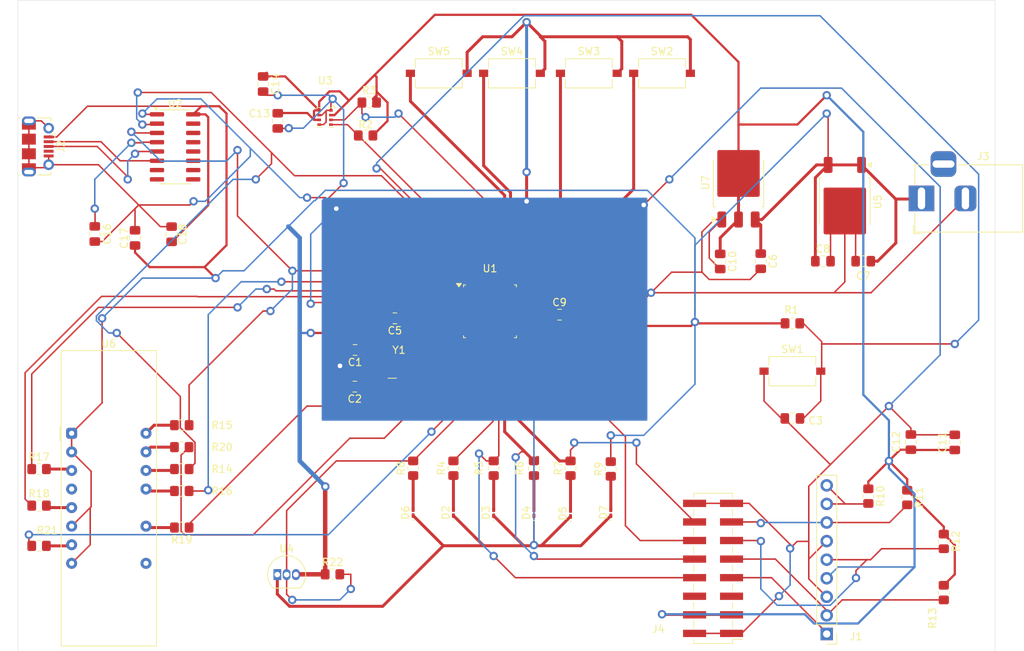
<source format=kicad_pcb>
(kicad_pcb (version 20241229) (generator "pcbnew") (generator_version "9.0")
  (layers (0 "F.Cu" signal) (2 "B.Cu" signal) (13 "F.Paste" user) (15 "B.Paste" user) (5 "F.SilkS" user "F.Silkscreen") (7 "B.SilkS" user "B.Silkscreen") (1 "F.Mask" user) (3 "B.Mask" user) (25 "Edge.Cuts" user))
  (net 0 "")
  (net 1 "Net-(U1-XTAL1{slash}PB6)")
  (net 2 "GND")
  (net 3 "Net-(U1-XTAL2{slash}PB7)")
  (net 4 "RESET")
  (net 5 "+5V")
  (net 6 "AREF")
  (net 7 "+3.3V")
  (net 8 "Net-(U2-V3)")
  (net 9 "Net-(D2-A)")
  (net 10 "Net-(D3-A)")
  (net 11 "Net-(D4-A)")
  (net 12 "Net-(D5-A)")
  (net 13 "Net-(D6-A)")
  (net 14 "Net-(D7-A)")
  (net 15 "Net-(J1-Pin_8)")
  (net 16 "SDCS")
  (net 17 "MISO")
  (net 18 "MOSI")
  (net 19 "SCK")
  (net 20 "D+")
  (net 22 "D-")
  (net 23 "PB4")
  (net 25 "PB3")
  (net 26 "PB2")
  (net 27 "PB5")
  (net 28 "PC5")
  (net 29 "PC4")
  (net 30 "PB1")
  (net 31 "PB0")
  (net 32 "RX{slash}PD0")
  (net 33 "Net-(U6-A)")
  (net 34 "TX{slash}PD1")
  (net 35 "Net-(U6-B)")
  (net 36 "PD2")
  (net 37 "Net-(U6-C)")
  (net 38 "PD3")
  (net 39 "Net-(U6-D)")
  (net 40 "PD4")
  (net 41 "Net-(U6-E)")
  (net 42 "PD5")
  (net 43 "Net-(U6-F)")
  (net 44 "Net-(U6-G)")
  (net 45 "PD6")
  (net 46 "PD7")
  (net 47 "Net-(U6-DP)")
  (net 48 "PC0")
  (net 49 "PC1")
  (net 50 "PC2")
  (net 51 "PC3")
  (footprint "Capacitor_SMD:C_0805_2012Metric_Pad1.18x1.45mm_HandSolder" (layer "F.Cu") (at 246.5 91.9625 90)
    (property "Reference" "C11")
    (property "Value" "0.1uF")
  )
  (footprint "Resistor_SMD:R_0805_2012Metric_Pad1.20x1.40mm_HandSolder" (layer "F.Cu") (at 194 95.5 90)
    (property "Reference" "R7")
    (property "Value" "1kOhm")
  )
  (footprint "Capacitor_SMD:C_0805_2012Metric_Pad1.18x1.45mm_HandSolder" (layer "F.Cu") (at 129 63.4625 -90)
    (property "Reference" "C16")
    (property "Value" "4700pF")
  )
  (footprint "Connector_PinHeader_2.54mm:PinHeader_1x09_P2.54mm_Vertical" (layer "F.Cu") (at 229 118.16 180)
    (property "Reference" "J1")
    (property "Value" "Conn_01x09")
  )
  (footprint "Resistor_SMD:R_0805_2012Metric_Pad1.20x1.40mm_HandSolder" (layer "F.Cu") (at 199.5 95.5925 90)
    (property "Reference" "R9")
    (property "Value" "1kOhm")
  )
  (footprint "Resistor_SMD:R_0805_2012Metric_Pad1.20x1.40mm_HandSolder" (layer "F.Cu") (at 178 95.5 90)
    (property "Reference" "R4")
    (property "Value" "1kOhm")
  )
  (footprint "Capacitor_SMD:C_0805_2012Metric_Pad1.18x1.45mm_HandSolder" (layer "F.Cu") (at 224.3125 88.6875 180)
    (property "Reference" "C3")
    (property "Value" "100n")
  )
  (footprint "Resistor_SMD:R_0805_2012Metric_Pad1.20x1.40mm_HandSolder" (layer "F.Cu") (at 240 99.5 -90)
    (property "Reference" "R11")
    (property "Value" "10k")
  )
  (footprint "Capacitor_SMD:C_0805_2012Metric_Pad1.18x1.45mm_HandSolder" (layer "F.Cu") (at 164.525 84.3375 180)
    (property "Reference" "C2")
    (property "Value" "22pf")
  )
  (footprint "Package_LGA:Bosch_LGA-8_2x2.5mm_P0.65mm_ClockwisePinNumbering" (layer "F.Cu") (at 160.4625 47.54 -90)
    (property "Reference" "U3")
    (property "Value" "BMP280")
  )
  (footprint "Button_Switch_SMD:SW_Tactile_SPST_NO_Straight_CK_PTS636Sx25SMTRLFS" (layer "F.Cu") (at 206.5 41.5)
    (property "Reference" "SW2")
    (property "Value" "SW_Push")
  )
  (footprint "LED_SMD:LED_0201_0603Metric_Pad0.64x0.40mm_HandSolder" (layer "F.Cu") (at 189 101.5925 90)
    (property "Reference" "D4")
    (property "Value" "LED")
  )
  (footprint "Capacitor_SMD:C_0805_2012Metric_Pad1.18x1.45mm_HandSolder" (layer "F.Cu") (at 164.5625 79.3275 180)
    (property "Reference" "C1")
    (property "Value" "22pf")
  )
  (footprint "Resistor_SMD:R_0805_2012Metric_Pad1.20x1.40mm_HandSolder" (layer "F.Cu") (at 121.3875 100.61)
    (property "Reference" "R18")
    (property "Value" "1k")
  )
  (footprint "Display_7Segment:LTC-4627Jx" (layer "F.Cu") (at 125.84 90.72)
    (property "Reference" "U6")
    (property "Value" "LTC-4627JD")
  )
  (footprint "Resistor_SMD:R_0805_2012Metric_Pad1.20x1.40mm_HandSolder" (layer "F.Cu") (at 121.3875 106.11)
    (property "Reference" "R21")
    (property "Value" "1k")
  )
  (footprint "Package_TO_SOT_SMD:TO-252-3_TabPin2" (layer "F.Cu") (at 216.95 56.45 90)
    (property "Reference" "U7")
    (property "Value" "LM1117DT-3.3")
  )
  (footprint "Resistor_SMD:R_0805_2012Metric_Pad1.20x1.40mm_HandSolder" (layer "F.Cu") (at 166.5 45.5)
    (property "Reference" "R3")
    (property "Value" "4.7k")
  )
  (footprint "Package_TO_SOT_SMD:TO-252-2" (layer "F.Cu") (at 231.475 59.065 -90)
    (property "Reference" "U5")
    (property "Value" "L7805")
  )
  (footprint "Package_QFP:TQFP-32_7x7mm_P0.8mm" (layer "F.Cu") (at 183 74.04)
    (property "Reference" "U1")
    (property "Value" "ATmega328P-P")
  )
  (footprint "Capacitor_SMD:C_0805_2012Metric_Pad1.18x1.45mm_HandSolder" (layer "F.Cu") (at 233.9875 67.19 180)
    (property "Reference" "C7")
    (property "Value" "0.33uF")
  )
  (footprint "Capacitor_SMD:C_0805_2012Metric_Pad1.18x1.45mm_HandSolder" (layer "F.Cu") (at 228.4875 67.19)
    (property "Reference" "C8")
    (property "Value" "0.1uF")
  )
  (footprint "Capacitor_SMD:C_0805_2012Metric_Pad1.18x1.45mm_HandSolder" (layer "F.Cu") (at 192.5 74.5)
    (property "Reference" "C9")
    (property "Value" "100nF")
  )
  (footprint "Capacitor_SMD:C_0805_2012Metric_Pad1.18x1.45mm_HandSolder" (layer "F.Cu") (at 240.5 91.925 90)
    (property "Reference" "C12")
    (property "Value" "10uF")
  )
  (footprint "Button_Switch_SMD:SW_Tactile_SPST_NO_Straight_CK_PTS636Sx25SMTRLFS" (layer "F.Cu") (at 224.3125 82.2275)
    (property "Reference" "SW1")
    (property "Value" "SW_Push")
  )
  (footprint "Capacitor_SMD:C_0805_2012Metric_Pad1.18x1.45mm_HandSolder" (layer "F.Cu") (at 219.9875 67.19 -90)
    (property "Reference" "C6")
    (property "Value" "10uF")
  )
  (footprint "Capacitor_SMD:C_0805_2012Metric_Pad1.18x1.45mm_HandSolder" (layer "F.Cu") (at 134.5 64 90)
    (property "Reference" "C17")
    (property "Value" "10u")
  )
  (footprint "Resistor_SMD:R_0805_2012Metric_Pad1.20x1.40mm_HandSolder" (layer "F.Cu") (at 183.5 95.5 90)
    (property "Reference" "R5")
    (property "Value" "1kOhm")
  )
  (footprint "Resistor_SMD:R_0805_2012Metric_Pad1.20x1.40mm_HandSolder" (layer "F.Cu") (at 121.3875 95.61)
    (property "Reference" "R17")
    (property "Value" "1k")
  )
  (footprint "Resistor_SMD:R_0805_2012Metric_Pad1.20x1.40mm_HandSolder" (layer "F.Cu") (at 140.8875 95.61 180)
    (property "Reference" "R14")
    (property "Value" "1k")
  )
  (footprint "Resistor_SMD:R_0805_2012Metric_Pad1.20x1.40mm_HandSolder" (layer "F.Cu") (at 234.69 99.31 -90)
    (property "Reference" "R10")
    (property "Value" "10k")
  )
  (footprint "Resistor_SMD:R_0805_2012Metric_Pad1.20x1.40mm_HandSolder" (layer "F.Cu") (at 224.3125 75.6875)
    (property "Reference" "R1")
    (property "Value" "10k")
  )
  (footprint "Connector_BarrelJack:BarrelJack_Horizontal" (layer "F.Cu") (at 241.95 58.6075 180)
    (property "Reference" "J3")
    (property "Value" "Barrel_Jack")
  )
  (footprint "Package_TO_SOT_THT:TO-92_Inline" (layer "F.Cu") (at 153.94 110.04)
    (property "Reference" "U4")
    (property "Value" "DS18B20")
  )
  (footprint "Button_Switch_SMD:SW_Tactile_SPST_NO_Straight_CK_PTS636Sx25SMTRLFS" (layer "F.Cu") (at 176 41.5)
    (property "Reference" "SW5")
    (property "Value" "SW_Push")
  )
  (footprint "Resistor_SMD:R_0805_2012Metric_Pad1.20x1.40mm_HandSolder" (layer "F.Cu") (at 172.5 95.5 90)
    (property "Reference" "R8")
    (property "Value" "1kOhm")
  )
  (footprint "Connector_USB:USB_Micro-B_Molex-105017-0001" (layer "F.Cu") (at 121.2375 51.5 -90)
    (property "Reference" "J2")
    (property "Value" "USB_B_Micro")
  )
  (footprint "Resistor_SMD:R_0805_2012Metric_Pad1.20x1.40mm_HandSolder" (layer "F.Cu") (at 245 105.5 -90)
    (property "Reference" "R12")
    (property "Value" "10k")
  )
  (footprint "Button_Switch_SMD:SW_Tactile_SPST_NO_Straight_CK_PTS636Sx25SMTRLFS" (layer "F.Cu") (at 186 41.5)
    (property "Reference" "SW4")
    (property "Value" "SW_Push")
  )
  (footprint "LED_SMD:LED_0201_0603Metric_Pad0.64x0.40mm_HandSolder" (layer "F.Cu") (at 172.5 101.5675 90)
    (property "Reference" "D6")
    (property "Value" "LED")
  )
  (footprint "Resistor_SMD:R_0805_2012Metric_Pad1.20x1.40mm_HandSolder" (layer "F.Cu") (at 189 95.5 90)
    (property "Reference" "R6")
    (property "Value" "1kOhm")
  )
  (footprint "Capacitor_SMD:C_0805_2012Metric_Pad1.18x1.45mm_HandSolder" (layer "F.Cu") (at 170 75 180)
    (property "Reference" "C5")
    (property "Value" "100nF")
  )
  (footprint "Capacitor_SMD:C_0805_2012Metric_Pad1.18x1.45mm_HandSolder" (layer "F.Cu") (at 152 42.9625 -90)
    (property "Reference" "C14")
    (property "Value" "100nF")
  )
  (footprint "Oscillator:Oscillator_SMD_Abracon_ASDMB-4Pin_2.5x2.0mm" (layer "F.Cu") (at 169.0625 81.8375 90)
    (property "Reference" "Y1")
    (property "Value" "16MHz")
  )
  (footprint "Resistor_SMD:R_0805_2012Metric_Pad1.20x1.40mm_HandSolder" (layer "F.Cu") (at 140.8875 103.61 180)
    (property "Reference" "R19")
    (property "Value" "1k")
  )
  (footprint "Resistor_SMD:R_0805_2012Metric_Pad1.20x1.40mm_HandSolder" (layer "F.Cu") (at 140.8875 89.61 180)
    (property "Reference" "R15")
    (property "Value" "1k")
  )
  (footprint "LED_SMD:LED_0201_0603Metric_Pad0.64x0.40mm_HandSolder" (layer "F.Cu") (at 199.5 101.5925 90)
    (property "Reference" "D7")
    (property "Value" "LED")
  )
  (footprint "Resistor_SMD:R_0805_2012Metric_Pad1.20x1.40mm_HandSolder" (layer "F.Cu") (at 161.48 110)
    (property "Reference" "R22")
    (property "Value" "4.7k")
  )
  (footprint "Resistor_SMD:R_0805_2012Metric_Pad1.20x1.40mm_HandSolder" (layer "F.Cu") (at 245 112.5 -90)
    (property "Reference" "R13")
    (property "Value" "10k")
  )
  (footprint "Resistor_SMD:R_0805_2012Metric_Pad1.20x1.40mm_HandSolder" (layer "F.Cu") (at 140.8875 98.61 180)
    (property "Reference" "R16")
    (property "Value" "1k")
  )
  (footprint "Package_SO:SOIC-16_3.9x9.9mm_P1.27mm" (layer "F.Cu") (at 139.975 51.555)
    (property "Reference" "U2")
    (property "Value" "CH340C")
  )
  (footprint "LED_SMD:LED_0201_0603Metric_Pad0.64x0.40mm_HandSolder" (layer "F.Cu") (at 194 101.685 90)
    (property "Reference" "D5")
    (property "Value" "LED")
  )
  (footprint "Resistor_SMD:R_0805_2012Metric_Pad1.20x1.40mm_HandSolder" (layer "F.Cu") (at 140.8875 92.61 180)
    (property "Reference" "R20")
    (property "Value" "1k")
  )
  (footprint "Capacitor_SMD:C_0805_2012Metric_Pad1.18x1.45mm_HandSolder" (layer "F.Cu") (at 214.45 67.2275 -90)
    (property "Reference" "C10")
    (property "Value" "0.1uF")
  )
  (footprint "LED_SMD:LED_0201_0603Metric_Pad0.64x0.40mm_HandSolder" (layer "F.Cu") (at 178 101.5675 90)
    (property "Reference" "D2")
    (property "Value" "LED")
  )
  (footprint "Capacitor_SMD:C_0805_2012Metric_Pad1.18x1.45mm_HandSolder" (layer "F.Cu") (at 154 48 90)
    (property "Reference" "C13")
    (property "Value" "100nF")
  )
  (footprint "Capacitor_SMD:C_0805_2012Metric_Pad1.18x1.45mm_HandSolder" (layer "F.Cu") (at 139.5 63.5 -90)
    (property "Reference" "C18")
    (property "Value" "0.1uF")
  )
  (footprint "Resistor_SMD:R_0805_2012Metric_Pad1.20x1.40mm_HandSolder" (layer "F.Cu") (at 166 50 180)
    (property "Reference" "R2")
    (property "Value" "4.7k")
  )
  (footprint "Button_Switch_SMD:SW_Tactile_SPST_NO_Straight_CK_PTS636Sx25SMTRLFS" (layer "F.Cu") (at 196.5 41.5)
    (property "Reference" "SW3")
    (property "Value" "SW_Push")
  )
  (footprint "Connector_PinHeader_2.54mm:PinHeader_2x08_P2.54mm_Vertical_SMD" (layer "F.Cu") (at 213.475 109.19 180)
    (property "Reference" "J4")
    (property "Value" "Conn_02x08_Odd_Even")
  )
  (footprint "LED_SMD:LED_0201_0603Metric_Pad0.64x0.40mm_HandSolder" (layer "F.Cu") (at 183.5 101.5925 90)
    (property "Reference" "D3")
    (property "Value" "LED")
  )
  (gr_rect (start 118.5 31.5) (end 252 120.5) (stroke (width 0.05)) (fill no) (layer "Edge.Cuts"))
  (segment (start 176.54 76.04) (end 178.8375 76.04) (width 0.2) (layer "F.Cu") (net 1))
  (segment (start 169.8375 81.0125) (end 171.5675 81.0125) (width 0.2) (layer "F.Cu") (net 1))
  (segment (start 169.8375 81.0125) (end 168.1525 79.3275) (width 0.2) (layer "F.Cu") (net 1))
  (segment (start 171.5675 81.0125) (end 176.54 76.04) (width 0.2) (layer "F.Cu") (net 1))
  (segment (start 168.1525 79.3275) (end 165.6 79.3275) (width 0.2) (layer "F.Cu") (net 1))
  (segment (start 158 58.5) (end 160.5 58.5) (width 0.2032) (layer "F.Cu") (net 2))
  (segment (start 230 71.5) (end 205 71.5) (width 0.2) (layer "F.Cu") (net 2))
  (segment (start 189.0925 106.0925) (end 189 106) (width 0.4064) (layer "F.Cu") (net 2))
  (segment (start 176.6175 106.0925) (end 182.1175 106.0925) (width 0.4064) (layer "F.Cu") (net 2))
  (segment (start 211.95 68.69) (end 211.95 63.19) (width 0.2) (layer "F.Cu") (net 2))
  (segment (start 200.375 36.5) (end 189.875 36.5) (width 0.4064) (layer "F.Cu") (net 2))
  (segment (start 226.55 107.91) (end 229 105.46) (width 0.2032) (layer "F.Cu") (net 2))
  (segment (start 190.5 37.125) (end 190.5 40.875) (width 0.4064) (layer "F.Cu") (net 2))
  (segment (start 160.0227 47.215) (end 160.6727 46.565) (width 0.2032) (layer "F.Cu") (net 2))
  (segment (start 163.4875 81.5) (end 162.5 81.5) (width 0.2032) (layer "F.Cu") (net 2))
  (segment (start 212.95 66.765) (end 212.95 63.21) (width 0.2) (layer "F.Cu") (net 2))
  (segment (start 216 100.3) (end 218.397006 100.3) (width 0.2032) (layer "F.Cu") (net 2))
  (segment (start 159.6625 48.515) (end 160.2523 48.515) (width 0.2032) (layer "F.Cu") (net 2))
  (segment (start 182.1175 106.0925) (end 187.5925 106.0925) (width 0.4064) (layer "F.Cu") (net 2))
  (segment (start 153.94 112.70069) (end 153.94 110.04) (width 0.4064) (layer "F.Cu") (net 2))
  (segment (start 235.0575 71.5) (end 230 71.5) (width 0.2032) (layer "F.Cu") (net 2))
  (segment (start 217.38 118.08) (end 216 118.08) (width 0.2032) (layer "F.Cu") (net 2))
  (segment (start 134.5 62.4625) (end 134.5 60) (width 0.2032) (layer "F.Cu") (net 2))
  (segment (start 121.7 48) (end 122.7 49) (width 0.2032) (layer "F.Cu") (net 2))
  (segment (start 122.7 54) (end 122.7 52.8) (width 0.2032) (layer "F.Cu") (net 2))
  (segment (start 226.55 110.63) (end 226.55 109.5) (width 0.2032) (layer "F.Cu") (net 2))
  (segment (start 179.875 38.625) (end 179.875 41.5) (width 0.4064) (layer "F.Cu") (net 2))
  (segment (start 168.9625 73.3775) (end 168.9625 75) (width 0.2032) (layer "F.Cu") (net 2))
  (segment (start 168.3327 114.3773) (end 155.61661 114.3773) (width 0.4064) (layer "F.Cu") (net 2))
  (segment (start 212.95 69.69) (end 212.38 69.12) (width 0.2) (layer "F.Cu") (net 2))
  (segment (start 214.45 68.265) (end 212.95 66.765) (width 0.2) (layer "F.Cu") (net 2))
  (segment (start 142 59.5) (end 142.5 59) (width 0.2032) (layer "F.Cu") (net 2))
  (segment (start 163.4875 81.5) (end 163.4875 79.365) (width 0.2032) (layer "F.Cu") (net 2))
  (segment (start 202 74.5) (end 205 71.5) (width 0.2032) (layer "F.Cu") (net 2))
  (segment (start 207.81 68.69) (end 211.95 68.69) (width 0.2) (layer "F.Cu") (net 2))
  (segment (start 222.48 112.98) (end 217.38 118.08) (width 0.2032) (layer "F.Cu") (net 2))
  (segment (start 120 48.6) (end 120 50.5) (width 0.2032) (layer "F.Cu") (net 2))
  (segment (start 137.9625 62.4625) (end 139.5 62.4625) (width 0.2032) (layer "F.Cu") (net 2))
  (segment (start 226.55 97.95) (end 226.55 105.5) (width 0.2032) (layer "F.Cu") (net 2))
  (segment (start 213.65 61.49) (end 214.67 61.49) (width 0.2) (layer "F.Cu") (net 2))
  (segment (start 201 37.125) (end 200.375 36.5) (width 0.4064) (layer "F.Cu") (net 2))
  (segment (start 160.2523 48.515) (end 160.6051 48.1622) (width 0.2032) (layer "F.Cu") (net 2))
  (segment (start 172.22663 74.44) (end 171.65423 73.8676) (width 0.2032) (layer "F.Cu") (net 2))
  (segment (start 226.55 109.5) (end 226.55 107.91) (width 0.2032) (layer "F.Cu") (net 2))
  (segment (start 169.5 72.84) (end 168.9625 73.3775) (width 0.2032) (layer "F.Cu") (net 2))
  (segment (start 189 102) (end 189 106) (width 0.2032) (layer "F.Cu") (net 2))
  (segment (start 129.5 54) (end 135 59.5) (width 0.2032) (layer "F.Cu") (net 2))
  (segment (start 229 113.08) (end 227.46 111.54) (width 0.2032) (layer "F.Cu") (net 2))
  (segment (start 247.95 58.6075) (end 235.0575 71.5) (width 0.2032) (layer "F.Cu") (net 2))
  (segment (start 161.2625 45.2375) (end 161.5 45) (width 0.2032) (layer "F.Cu") (net 2))
  (segment (start 194 102.0925) (end 190 106.0925) (width 0.4064) (layer "F.Cu") (net 2))
  (segment (start 163.4875 84.3375) (end 163.4875 81.5) (width 0.2032) (layer "F.Cu") (net 2))
  (segment (start 231.475 60.325) (end 231.475 70.025) (width 0.2) (layer "F.Cu") (net 2))
  (segment (start 188 55) (end 188 59) (width 0.4064) (layer "F.Cu") (net 2))
  (segment (start 187.1625 73.64) (end 187.3333 73.4692) (width 0.2032) (layer "F.Cu") (net 2))
  (segment (start 120 48) (end 121.7 48) (width 0.2032) (layer "F.Cu") (net 2))
  (segment (start 220.4375 86.3125) (end 220.4375 82.2275) (width 0.2) (layer "F.Cu") (net 2))
  (segment (start 240.5375 90.925) (end 240.5 90.8875) (width 0.2032) (layer "F.Cu") (net 2))
  (segment (start 232.95 67.19) (end 232.95 61.8) (width 0.2) (layer "F.Cu") (net 2))
  (segment (start 134.5 60) (end 135 59.5) (width 0.2032) (layer "F.Cu") (net 2))
  (segment (start 190.5 40.875) (end 189.875 41.5) (width 0.4064) (layer "F.Cu") (net 2))
  (segment (start 135.5 47) (end 135.61 47.11) (width 0.2032) (layer "F.Cu") (net 2))
  (segment (start 232.95 61.8) (end 231.475 60.325) (width 0.2) (layer "F.Cu") (net 2))
  (segment (start 160.6051 48.1622) (end 160.6051 46.6326) (width 0.2032) (layer "F.Cu") (net 2))
  (segment (start 246.9625 90.925) (end 246.5 90.925) (width 0.2032) (layer "F.Cu") (net 2))
  (segment (start 163.4875 79.365) (end 163.525 79.3275) (width 0.2032) (layer "F.Cu") (net 2))
  (segment (start 216 118.08) (end 210.95 118.08) (width 0.2032) (layer "F.Cu") (net 2))
  (segment (start 218.397006 100.3) (end 224 105.902994) (width 0.2032) (layer "F.Cu") (net 2))
  (segment (start 212.95 63.21) (end 214.67 61.49) (width 0.2) (layer "F.Cu") (net 2))
  (segment (start 120 50.5) (end 120 52.5) (width 0.2032) (layer "F.Cu") (net 2))
  (segment (start 159.6625 47.215) (end 160.0227 47.215) (width 0.2032) (layer "F.Cu") (net 2))
  (segment (start 229.525 67.19) (end 229.525 62.275) (width 0.2) (layer "F.Cu") (net 2))
  (segment (start 226.55 106) (end 226.55 107.91) (width 0.2032) (layer "F.Cu") (net 2))
  (segment (start 246.5 90.925) (end 246.5 90.4625) (width 0.2032) (layer "F.Cu") (net 2))
  (segment (start 229.5 95) (end 226.55 97.95) (width 0.2032) (layer "F.Cu") (net 2))
  (segment (start 178 101.975) (end 182.1175 106.0925) (width 0.4064) (layer "F.Cu") (net 2))
  (segment (start 160.6727 46.565) (end 161.2625 46.565) (width 0.2032) (layer "F.Cu") (net 2))
  (segment (start 170.0949 73.8676) (end 168.9625 75) (width 0.2032) (layer "F.Cu") (net 2))
  (segment (start 223.275 88.6875) (end 223.275 88.775) (width 0.2032) (layer "F.Cu") (net 2))
  (segment (start 199.5 102) (end 195.4075 106.0925) (width 0.4064) (layer "F.Cu") (net 2))
  (segment (start 224 106.46) (end 224.96 105.5) (width 0.2032) (layer "F.Cu") (net 2))
  (segment (start 224.96 105.5) (end 226.55 105.5) (width 0.2032) (layer "F.Cu") (net 2))
  (segment (start 188.9075 106.0925) (end 189 106) (width 0.4064) (layer "F.Cu") (net 2))
  (segment (start 187.5925 106.0925) (end 188.9075 106.0925) (width 0.4064) (layer "F.Cu") (net 2))
  (segment (start 135 59.5) (end 142 59.5) (width 0.2032) (layer "F.Cu") (net 2))
  (segment (start 154 49.0375) (end 155.4625 49.0375) (width 0.2032) (layer "F.Cu") (net 2))
  (segment (start 163 56.5) (end 161 58.5) (width 0.2032) (layer "F.Cu") (net 2))
  (segment (start 178.8375 74.44) (end 172.22663 74.44) (width 0.2032) (layer "F.Cu") (net 2))
  (segment (start 176.6175 106.0925) (end 168.3327 114.3773) (width 0.4064) (layer "F.Cu") (net 2))
  (segment (start 210.375 36.875) (end 210 36.5) (width 0.4064) (layer "F.Cu") (net 2))
  (segment (start 189.875 36.375) (end 188 34.5) (width 0.4064) (layer "F.Cu") (net 2))
  (segment (start 237.5 87) (end 229.5 95) (width 0.2032) (layer "F.Cu") (net 2))
  (segment (start 189.875 36.5) (end 189.875 36.375) (width 0.4064) (layer "F.Cu") (net 2))
  (segment (start 222.8125 88.6875) (end 220.4375 86.3125) (width 0.2) (layer "F.Cu") (net 2))
  (segment (start 212.38 69.12) (end 211.95 68.69) (width 0.2) (layer "F.Cu") (net 2))
  (segment (start 137.9625 62.4625) (end 135 59.5) (width 0.2032) (layer "F.Cu") (net 2))
  (segment (start 160.5 58.5) (end 161 59) (width 0.2032) (layer "F.Cu") (net 2))
  (segment (start 183.5 102) (end 187.54625 106.04625) (width 0.4064) (layer "F.Cu") (net 2))
  (segment (start 187.3333 73.4692) (end 192.5067 73.4692) (width 0.2032) (layer "F.Cu") (net 2))
  (segment (start 171.65423 73.8676) (end 170.0949 73.8676) (width 0.2032) (layer "F.Cu") (net 2))
  (segment (start 210 36.5) (end 200.375 36.5) (width 0.4064) (layer "F.Cu") (net 2))
  (segment (start 186 36.5) (end 182 36.5) (width 0.4064) (layer "F.Cu") (net 2))
  (segment (start 219.9875 68.2275) (end 218.525 69.69) (width 0.2) (layer "F.Cu") (net 2))
  (segment (start 129.5 54) (end 122.7 54) (width 0.2032) (layer "F.Cu") (net 2))
  (segment (start 155.4625 49.0375) (end 155.5 49) (width 0.2032) (layer "F.Cu") (net 2))
  (segment (start 155.61661 114.3773) (end 153.94 112.70069) (width 0.4064) (layer "F.Cu") (net 2))
  (segment (start 189.875 36.5) (end 190.5 37.125) (width 0.4064) (layer "F.Cu") (net 2))
  (segment (start 158.66 72.84) (end 158.5 73) (width 0.2032) (layer "F.Cu") (net 2))
  (segment (start 207.5 56) (end 204 59.5) (width 0.2032) (layer "F.Cu") (net 2))
  (segment (start 152 44) (end 152.5 44.5) (width 0.2032) (layer "F.Cu") (net 2))
  (segment (start 218.525 69.69) (end 212.95 69.69) (width 0.2) (layer "F.Cu") (net 2))
  (segment (start 227.46 111.54) (end 226.55 110.63) (width 0.2032) (layer "F.Cu") (net 2))
  (segment (start 135.61 47.11) (end 137.5 47.11) (width 0.2032) (layer "F.Cu") (net 2))
  (segment (start 168.4525 75) (end 168.9625 75) (width 0.2032) (layer "F.Cu") (net 2))
  (segment (start 188 34.5) (end 186 36.5) (width 0.4064) (layer "F.Cu") (net 2))
  (segment (start 223.275 88.775) (end 229.5 95) (width 0.2032) (layer "F.Cu") (net 2))
  (segment (start 192.5067 73.4692) (end 193.5375 74.5) (width 0.2032) (layer "F.Cu") (net 2))
  (segment (start 172.5 101.975) (end 176.6175 106.0925) (width 0.4064) (layer "F.Cu") (net 2))
  (segment (start 211.95 63.19) (end 213.65 61.49) (width 0.2) (layer "F.Cu") (net 2))
  (segment (start 120 54.4) (end 122.3 54.4) (width 0.2032) (layer "F.Cu") (net 2))
  (segment (start 195.4075 106.0925) (end 190 106.0925) (width 0.4064) (layer "F.Cu") (net 2))
  (segment (start 240.5 90.8875) (end 240.5 90) (width 0.2032) (layer "F.Cu") (net 2))
  (segment (start 205 71.5) (end 207.81 68.69) (width 0.2) (layer "F.Cu") (net 2))
  (segment (start 226.55 105.5) (end 226.55 106) (width 0.2032) (layer "F.Cu") (net 2))
  (segment (start 169.5 72.84) (end 158.66 72.84) (width 0.2032) (layer "F.Cu") (net 2))
  (segment (start 120 54.4) (end 120 52.5) (width 0.2032) (layer "F.Cu") (net 2))
  (segment (start 231.475 70.025) (end 230 71.5) (width 0.2) (layer "F.Cu") (net 2))
  (segment (start 240.5 90) (end 237.5 87) (width 0.2032) (layer "F.Cu") (net 2))
  (segment (start 122.3 54.4) (end 122.7 54) (width 0.2032) (layer "F.Cu") (net 2))
  (segment (start 193.5375 74.5) (end 202 74.5) (width 0.2032) (layer "F.Cu") (net 2))
  (segment (start 161.2625 46.565) (end 161.2625 45.2375) (width 0.2032) (layer "F.Cu") (net 2))
  (segment (start 178.8375 72.84) (end 169.5 72.84) (width 0.2032) (layer "F.Cu") (net 2))
  (segment (start 190 106.0925) (end 189.0925 106.0925) (width 0.4064) (layer "F.Cu") (net 2))
  (segment (start 200.375 41.5) (end 201 40.875) (width 0.4064) (layer "F.Cu") (net 2))
  (segment (start 153.94 110.04) (end 153.94 109.54) (width 0.2032) (layer "F.Cu") (net 2))
  (segment (start 187.54625 106.04625) (end 187.5925 106.0925) (width 0.4064) (layer "F.Cu") (net 2))
  (segment (start 182 36.5) (end 179.875 38.625) (width 0.4064) (layer "F.Cu") (net 2))
  (segment (start 152.5 44.5) (end 154 44.5) (width 0.2032) (layer "F.Cu") (net 2))
  (segment (start 161 58.5) (end 161 59) (width 0.2032) (layer "F.Cu") (net 2))
  (segment (start 129 64.5) (end 130 64.5) (width 0.2032) (layer "F.Cu") (net 2))
  (segment (start 224 105.902994) (end 224 106.46) (width 0.2032) (layer "F.Cu") (net 2))
  (segment (start 210.375 41.5) (end 210.375 36.875) (width 0.4064) (layer "F.Cu") (net 2))
  (segment (start 130 64.5) (end 135 59.5) (width 0.2032) (layer "F.Cu") (net 2))
  (segment (start 201 40.875) (end 201 37.125) (width 0.4064) (layer "F.Cu") (net 2))
  (segment (start 161 59) (end 162 60) (width 0.2032) (layer "F.Cu") (net 2))
  (segment (start 160.6051 46.6326) (end 160.6727 46.565) (width 0.2032) (layer "F.Cu") (net 2))
  (segment (start 240.5 90.8875) (end 241.075 90.8875) (width 0.2032) (layer "F.Cu") (net 2))
  (segment (start 246.5 90.925) (end 240.5375 90.925) (width 0.2032) (layer "F.Cu") (net 2))
  (segment (start 210.95 100.3) (end 216 100.3) (width 0.2032) (layer "F.Cu") (net 2))
  (via (at 222.48 112.98) (size 1.143) (drill 0.635) (layers "F.Cu" "B.Cu") (net 2))
  (via (at 142.5 59) (size 1.143) (drill 0.635) (layers "F.Cu" "B.Cu") (net 2))
  (via (at 158 58.5) (size 1.143) (drill 0.635) (layers "F.Cu" "B.Cu") (net 2))
  (via (at 204 59.5) (size 1.143) (drill 0.635) (layers "F.Cu" "B.Cu") (net 2))
  (via (at 161.5 45) (size 1.143) (drill 0.635) (layers "F.Cu" "B.Cu") (net 2))
  (via (at 163 56.5) (size 1.143) (drill 0.635) (layers "F.Cu" "B.Cu") (net 2))
  (via (at 205 71.5) (size 1.143) (drill 0.635) (layers "F.Cu" "B.Cu") (net 2))
  (via (at 135.5 47) (size 1.143) (drill 0.635) (layers "F.Cu" "B.Cu") (net 2))
  (via (at 224 106.46) (size 1.143) (drill 0.635) (layers "F.Cu" "B.Cu") (net 2))
  (via (at 189 106) (size 1.143) (drill 0.635) (layers "F.Cu" "B.Cu") (net 2))
  (via (at 162.5 81.5) (size 1.143) (drill 0.635) (layers "F.Cu" "B.Cu") (net 2))
  (via (at 188 55) (size 1.143) (drill 0.635) (layers "F.Cu" "B.Cu") (net 2))
  (via (at 188 34.5) (size 1.143) (drill 0.635) (layers "F.Cu" "B.Cu") (net 2))
  (via (at 154 44.5) (size 1.143) (drill 0.635) (layers "F.Cu" "B.Cu") (net 2))
  (via (at 158.5 73) (size 1.143) (drill 0.635) (layers "F.Cu" "B.Cu") (net 2))
  (via (at 155.5 49) (size 1.143) (drill 0.635) (layers "F.Cu" "B.Cu") (net 2))
  (via (at 188 59) (size 1.143) (drill 0.635) (layers "F.Cu" "B.Cu") (net 2))
  (via (at 162 60) (size 1.143) (drill 0.635) (layers "F.Cu" "B.Cu") (net 2))
  (via (at 237.5 87) (size 1.143) (drill 0.635) (layers "F.Cu" "B.Cu") (net 2))
  (via (at 207.5 56) (size 1.143) (drill 0.635) (layers "F.Cu" "B.Cu") (net 2))
  (segment (start 144.097006 59) (end 150.25 52.847006) (width 0.2032) (layer "B.Cu") (net 2))
  (segment (start 135.5 47) (end 137.5 45) (width 0.2032) (layer "B.Cu") (net 2))
  (segment (start 158.5 63.5) (end 162 60) (width 0.2032) (layer "B.Cu") (net 2))
  (segment (start 204 59.5) (end 203 60.5) (width 0.2032) (layer "B.Cu") (net 2))
  (segment (start 244.5 57) (end 231.0211 43.5211) (width 0.2032) (layer "B.Cu") (net 2))
  (segment (start 162.5 81.5) (end 161.5 80.5) (width 0.2032) (layer "B.Cu") (net 2))
  (segment (start 150.25 52.847006) (end 150.25 51.75) (width 0.2032) (layer "B.Cu") (net 2))
  (segment (start 142.5 59) (end 144.097006 59) (width 0.2032) (layer "B.Cu") (net 2))
  (segment (start 188 34.5) (end 188 55) (width 0.4064) (layer "B.Cu") (net 2))
  (segment (start 222.48 112.98) (end 224 111.46) (width 0.2032) (layer "B.Cu") (net 2))
  (segment (start 157 58.5) (end 158 58.5) (width 0.2032) (layer "B.Cu") (net 2))
  (segment (start 224 111.46) (end 224 106.46) (width 0.2032) (layer "B.Cu") (net 2))
  (segment (start 157.5 49) (end 161.5 45) (width 0.2032) (layer "B.Cu") (net 2))
  (segment (start 161 44.5) (end 161.5 45) (width 0.2032) (layer "B.Cu") (net 2))
  (segment (start 244.5 80) (end 244.5 57) (width 0.2032) (layer "B.Cu") (net 2))
  (segment (start 188 59) (end 188 60.5) (width 0.4064) (layer "B.Cu") (net 2))
  (segment (start 158.5 73) (end 158.5 63.5) (width 0.2032) (layer "B.Cu") (net 2))
  (segment (start 155.5 49) (end 157.5 49) (width 0.2032) (layer "B.Cu") (net 2))
  (segment (start 143.5 45) (end 150.25 51.75) (width 0.2032) (layer "B.Cu") (net 2))
  (segment (start 231.0211 43.5211) (end 219.9789 43.5211) (width 0.2032) (layer "B.Cu") (net 2))
  (segment (start 162.5 60) (end 163 60.5) (width 0.2032) (layer "B.Cu") (net 2))
  (segment (start 161.5 45) (end 163 46.5) (width 0.2032) (layer "B.Cu") (net 2))
  (segment (start 162 60) (end 162.5 60) (width 0.2032) (layer "B.Cu") (net 2))
  (segment (start 189 106) (end 189 88) (width 0.2032) (layer "B.Cu") (net 2))
  (segment (start 205 71.5) (end 203.5 71.5) (width 0.2) (layer "B.Cu") (net 2))
  (segment (start 219.9789 43.5211) (end 207.5 56) (width 0.2032) (layer "B.Cu") (net 2))
  (segment (start 163 46.5) (end 163 56.5) (width 0.2032) (layer "B.Cu") (net 2))
  (segment (start 154 44.5) (end 161 44.5) (width 0.2032) (layer "B.Cu") (net 2))
  (segment (start 150.25 51.75) (end 157 58.5) (width 0.2032) (layer "B.Cu") (net 2))
  (segment (start 137.5 45) (end 143.5 45) (width 0.2032) (layer "B.Cu") (net 2))
  (segment (start 237.5 87) (end 244.5 80) (width 0.2032) (layer "B.Cu") (net 2))
  (segment (start 169.8375 82.6625) (end 170.8375 82.6625) (width 0.2) (layer "F.Cu") (net 3))
  (segment (start 169.8375 82.6625) (end 168.1625 84.3375) (width 0.2) (layer "F.Cu") (net 3))
  (segment (start 168.1625 84.3375) (end 165.5625 84.3375) (width 0.2) (layer "F.Cu") (net 3))
  (segment (start 170.8375 82.6625) (end 176.66 76.84) (width 0.2) (layer "F.Cu") (net 3))
  (segment (start 176.66 76.84) (end 178.8375 76.84) (width 0.2) (layer "F.Cu") (net 3))
  (segment (start 225.3125 75.6875) (end 225.8125 75.6875) (width 0.2) (layer "F.Cu") (net 4))
  (segment (start 182.6 69.1) (end 168 54.5) (width 0.2032) (layer "F.Cu") (net 4))
  (segment (start 228.3125 78.5) (end 228.3125 82.1025) (width 0.2) (layer "F.Cu") (net 4))
  (segment (start 168 54.5) (end 167.5 54.5) (width 0.2032) (layer "F.Cu") (net 4))
  (segment (start 228.1875 86.3125) (end 228.1875 82.2275) (width 0.2) (layer "F.Cu") (net 4))
  (segment (start 225.8125 88.6875) (end 228.1875 86.3125) (width 0.2) (layer "F.Cu") (net 4))
  (segment (start 225.8125 75.6875) (end 228.3125 78.1875) (width 0.2) (layer "F.Cu") (net 4))
  (segment (start 246.5 78.5) (end 228.3125 78.5) (width 0.2032) (layer "F.Cu") (net 4))
  (segment (start 228.3125 82.1025) (end 228.1875 82.2275) (width 0.2) (layer "F.Cu") (net 4))
  (segment (start 182.6 69.8775) (end 182.6 69.1) (width 0.2032) (layer "F.Cu") (net 4))
  (segment (start 228.3125 78.1875) (end 228.3125 78.5) (width 0.2) (layer "F.Cu") (net 4))
  (via (at 167.5 54.5) (size 1.143) (drill 0.635) (layers "F.Cu" "B.Cu") (net 4))
  (via (at 246.5 78.5) (size 1.143) (drill 0.635) (layers "F.Cu" "B.Cu") (net 4))
  (segment (start 167.5 53.75931) (end 187.63661 33.6227) (width 0.2032) (layer "B.Cu") (net 4))
  (segment (start 249.7558 75.2442) (end 246.5 78.5) (width 0.2032) (layer "B.Cu") (net 4))
  (segment (start 187.63661 33.6227) (end 228.092402 33.6227) (width 0.2032) (layer "B.Cu") (net 4))
  (segment (start 167.5 54.5) (end 167.5 53.75931) (width 0.2032) (layer "B.Cu") (net 4))
  (segment (start 249.7558 55.286098) (end 249.7558 75.2442) (width 0.2032) (layer "B.Cu") (net 4))
  (segment (start 228.092402 33.6227) (end 249.7558 55.286098) (width 0.2032) (layer "B.Cu") (net 4))
  (segment (start 144.5 59) (end 144.5 47.5) (width 0.3048) (layer "F.Cu") (net 5))
  (segment (start 128.38 105.96) (end 128.38 100.88) (width 0.2032) (layer "F.Cu") (net 5))
  (segment (start 125.84 90.72) (end 125.84 93.26) (width 0.2032) (layer "F.Cu") (net 5))
  (segment (start 134.5 66) (end 134.5 65.0375) (width 0.3048) (layer "F.Cu") (net 5))
  (segment (start 238.45 58.72) (end 238.42 58.69) (width 0.4) (layer "F.Cu") (net 5))
  (segment (start 223.3125 75.6875) (end 211.1875 75.6875) (width 0.3048) (layer "F.Cu") (net 5))
  (segment (start 139.5 64.5375) (end 144.01875 60.01875) (width 0.3048) (layer "F.Cu") (net 5))
  (segment (start 144.5 59.5375) (end 144.5 59) (width 0.3048) (layer "F.Cu") (net 5))
  (segment (start 122.7 50.2) (end 122.842187 50.057813) (width 0.2032) (layer "F.Cu") (net 5))
  (segment (start 136.5 68) (end 144 68) (width 0.3048) (layer "F.Cu") (net 5))
  (segment (start 171.0375 75) (end 169.0375 77) (width 0.3048) (layer "F.Cu") (net 5))
  (segment (start 160.48 110) (end 160.48 98.02) (width 0.6096) (layer "F.Cu") (net 5))
  (segment (start 128.38 100.88) (end 125.84 103.42) (width 0.2032) (layer "F.Cu") (net 5))
  (segment (start 128 46) (end 123.8 50.2) (width 0.2032) (layer "F.Cu") (net 5))
  (segment (start 125.84 108.5) (end 128.38 105.96) (width 0.2032) (layer "F.Cu") (net 5))
  (segment (start 128.5 100.76) (end 128.38 100.88) (width 0.2032) (layer "F.Cu") (net 5))
  (segment (start 179.621256 73.64) (end 180.0332 74.051944) (width 0.3048) (layer "F.Cu") (net 5))
  (segment (start 171.0375 75) (end 171.5 75) (width 0.6096) (layer "F.Cu") (net 5))
  (segment (start 143.56 46) (end 128 46) (width 0.2032) (layer "F.Cu") (net 5))
  (segment (start 134.5 66) (end 136.5 68) (width 0.3048) (layer "F.Cu") (net 5))
  (segment (start 219.9875 66.1525) (end 219.9875 62.2475) (width 0.4) (layer "F.Cu") (net 5))
  (segment (start 160.48 110) (end 156.52 110) (width 0.6096) (layer "F.Cu") (net 5))
  (segment (start 147 65) (end 144 68) (width 0.3048) (layer "F.Cu") (net 5))
  (segment (start 128.5 95.92) (end 128.5 100.76) (width 0.2032) (layer "F.Cu") (net 5))
  (segment (start 241.95 58.69) (end 238.42 58.69) (width 0.4) (layer "F.Cu") (net 5))
  (segment (start 241.95 58.6075) (end 241.95 58.69) (width 0.2) (layer "F.Cu") (net 5))
  (segment (start 233.755 54.025) (end 229.195 54.025) (width 0.4) (layer "F.Cu") (net 5))
  (segment (start 179.621256 75.24) (end 178.8375 75.24) (width 0.3048) (layer "F.Cu") (net 5))
  (segment (start 142.45 47.11) (end 143.56 46) (width 0.3048) (layer "F.Cu") (net 5))
  (segment (start 227.45 64.5) (end 227.45 55.77) (width 0.4) (layer "F.Cu") (net 5))
  (segment (start 144.11 47.11) (end 142.45 47.11) (width 0.3048) (layer "F.Cu") (net 5))
  (segment (start 235.95 67.19) (end 238.45 64.69) (width 0.4) (layer "F.Cu") (net 5))
  (segment (start 143.56 46) (end 146 46) (width 0.3048) (layer "F.Cu") (net 5))
  (segment (start 178.8375 75.24) (end 171.2775 75.24) (width 0.3048) (layer "F.Cu") (net 5))
  (segment (start 199.5 94.5925) (end 199.5 91) (width 0.2032) (layer "F.Cu") (net 5))
  (segment (start 229.195 54.025) (end 227.615 54.025) (width 0.4) (layer "F.Cu") (net 5))
  (segment (start 144.5 47.5) (end 144.11 47.11) (width 0.3048) (layer "F.Cu") (net 5))
  (segment (start 227.615 54.025) (end 220.15 61.49) (width 0.4) (layer "F.Cu") (net 5))
  (segment (start 156.52 110) (end 156.48 110.04) (width 0.6096) (layer "F.Cu") (net 5))
  (segment (start 238.42 58.69) (end 233.755 54.025) (width 0.4) (layer "F.Cu") (net 5))
  (segment (start 146 46) (end 147 47) (width 0.3048) (layer "F.Cu") (net 5))
  (segment (start 229.195 47.195) (end 229 47) (width 0.2) (layer "F.Cu") (net 5))
  (segment (start 178.8375 73.64) (end 179.621256 73.64) (width 0.3048) (layer "F.Cu") (net 5))
  (segment (start 227.45 55.77) (end 229.195 54.025) (width 0.4) (layer "F.Cu") (net 5))
  (segment (start 211.1875 75.6875) (end 211 75.5) (width 0.3048) (layer "F.Cu") (net 5))
  (segment (start 227.45 67.19) (end 227.45 64.5) (width 0.4) (layer "F.Cu") (net 5))
  (segment (start 187.1625 76.04) (end 210.46 76.04) (width 0.3048) (layer "F.Cu") (net 5))
  (segment (start 125.84 90.72) (end 130 86.56) (width 0.2032) (layer "F.Cu") (net 5))
  (segment (start 130 86.56) (end 130 75) (width 0.2032) (layer "F.Cu") (net 5))
  (segment (start 229.195 54.025) (end 229.195 47.195) (width 0.2) (layer "F.Cu") (net 5))
  (segment (start 235.025 67.19) (end 235.95 67.19) (width 0.4) (layer "F.Cu") (net 5))
  (segment (start 144.01875 60.01875) (end 144.5 59.5375) (width 0.3048) (layer "F.Cu") (net 5))
  (segment (start 220.15 61.49) (end 219.23 61.49) (width 0.4) (layer "F.Cu") (net 5))
  (segment (start 238.45 64.69) (end 238.45 58.72) (width 0.4) (layer "F.Cu") (net 5))
  (segment (start 125.84 93.26) (end 128.5 95.92) (width 0.2032) (layer "F.Cu") (net 5))
  (segment (start 147 47) (end 147 65) (width 0.3048) (layer "F.Cu") (net 5))
  (segment (start 171.2775 75.24) (end 171.0375 75) (width 0.3048) (layer "F.Cu") (net 5))
  (segment (start 180.0332 74.051944) (end 180.0332 74.828056) (width 0.3048) (layer "F.Cu") (net 5))
  (segment (start 160.48 98.02) (end 160.5 98) (width 0.6096) (layer "F.Cu") (net 5))
  (segment (start 219.9875 62.2475) (end 219.23 61.49) (width 0.4) (layer "F.Cu") (net 5))
  (segment (start 123.8 50.2) (end 122.7 50.2) (width 0.2032) (layer "F.Cu") (net 5))
  (segment (start 144 68) (end 145.5 69.5) (width 0.3048) (layer "F.Cu") (net 5))
  (segment (start 169.0375 77) (end 158.5 77) (width 0.3048) (layer "F.Cu") (net 5))
  (segment (start 229.45 53.77) (end 229.195 54.025) (width 0.2) (layer "F.Cu") (net 5))
  (segment (start 210.46 76.04) (end 211 75.5) (width 0.3048) (layer "F.Cu") (net 5))
  (segment (start 180.0332 74.828056) (end 179.621256 75.24) (width 0.3048) (layer "F.Cu") (net 5))
  (via (at 199.5 91) (size 1.143) (drill 0.635) (layers "F.Cu" "B.Cu") (net 5))
  (via (at 130 75) (size 1.143) (drill 0.635) (layers "F.Cu" "B.Cu") (net 5))
  (via (at 158.5 77) (size 1.143) (drill 0.635) (layers "F.Cu" "B.Cu") (net 5))
  (via (at 145.5 69.5) (size 1.143) (drill 0.635) (layers "F.Cu" "B.Cu") (net 5))
  (via (at 160.5 98) (size 1.143) (drill 0.635) (layers "F.Cu" "B.Cu") (net 5))
  (via (at 229 47) (size 1.143) (drill 0.635) (layers "F.Cu" "B.Cu") (net 5))
  (via (at 211 75.5) (size 1.143) (drill 0.635) (layers "F.Cu" "B.Cu") (net 5))
  (segment (start 158.9773 58.904811) (end 159.095189 58.904811) (width 0.2) (layer "B.Cu") (net 5))
  (segment (start 211 65) (end 211 74) (width 0.2) (layer "B.Cu") (net 5))
  (segment (start 204 91) (end 211 84) (width 0.2032) (layer "B.Cu") (net 5))
  (segment (start 204.5 57.5) (end 211 64) (width 0.2) (layer "B.Cu") (net 5))
  (segment (start 158.5 77) (end 157 77) (width 0.3048) (layer "B.Cu") (net 5))
  (segment (start 149.382111 68.5) (end 155.441055 62.441055) (width 0.2) (layer "B.Cu") (net 5))
  (segment (start 159.095189 58.904811) (end 160.5 57.5) (width 0.2) (layer "B.Cu") (net 5))
  (segment (start 211 64) (end 211 74.5) (width 0.2) (layer "B.Cu") (net 5))
  (segment (start 229 47) (end 211 65) (width 0.2) (layer "B.Cu") (net 5))
  (segment (start 135.5 69.5) (end 145.5 69.5) (width 0.2032) (layer "B.Cu") (net 5))
  (segment (start 211 74) (end 211 74.5) (width 0.2) (layer "B.Cu") (net 5))
  (segment (start 211 84) (end 211 75.5) (width 0.2032) (layer "B.Cu") (net 5))
  (segment (start 160.5 98) (end 157 94.5) (width 0.6096) (layer "B.Cu") (net 5))
  (segment (start 211 74.5) (end 211 75.5) (width 0.2) (layer "B.Cu") (net 5))
  (segment (start 160.5 57.5) (end 204.5 57.5) (width 0.2) (layer "B.Cu") (net 5))
  (segment (start 146.5 68.5) (end 149.382111 68.5) (width 0.2) (layer "B.Cu") (net 5))
  (segment (start 130 75) (end 135.5 69.5) (width 0.2032) (layer "B.Cu") (net 5))
  (segment (start 157 94.5) (end 157 77) (width 0.6096) (layer "B.Cu") (net 5))
  (segment (start 157 64) (end 155.441055 62.441055) (width 0.6096) (layer "B.Cu") (net 5))
  (segment (start 155.441055 62.441055) (end 158.9773 58.904811) (width 0.2) (layer "B.Cu") (net 5))
  (segment (start 199.5 91) (end 204 91) (width 0.2032) (layer "B.Cu") (net 5))
  (segment (start 145.5 69.5) (end 146.5 68.5) (width 0.2) (layer "B.Cu") (net 5))
  (segment (start 157 77) (end 157 64) (width 0.6096) (layer "B.Cu") (net 5))
  (segment (start 187.5 74.5) (end 191.4625 74.5) (width 0.2) (layer "F.Cu") (net 6))
  (segment (start 187.44 74.44) (end 187.5 74.5) (width 0.2) (layer "F.Cu") (net 6))
  (segment (start 187.1625 74.44) (end 187.44 74.44) (width 0.2) (layer "F.Cu") (net 6))
  (segment (start 210.95 115.54) (end 206.58 115.54) (width 0.3048) (layer "F.Cu") (net 7))
  (segment (start 164.4625 44.5) (end 163.73125 45.23125) (width 0.3048) (layer "F.Cu") (net 7))
  (segment (start 167.5 45.5) (end 167.5 44.5) (width 0.3048) (layer "F.Cu") (net 7))
  (segment (start 234.69 98.31) (end 234.69 97.31) (width 0.3048) (layer "F.Cu") (net 7))
  (segment (start 152 41.925) (end 152.5082 41.4168) (width 0.3048) (layer "F.Cu") (net 7))
  (segment (start 158.9543 46.6757) (end 159.065 46.565) (width 0.3048) (layer "F.Cu") (net 7))
  (segment (start 159.6625 47.865) (end 158.9711 47.865) (width 0.3048) (layer "F.Cu") (net 7))
  (segment (start 216 115.54) (end 210.95 115.54) (width 0.3048) (layer "F.Cu") (net 7))
  (segment (start 158.0311 46.925) (end 158.9711 47.865) (width 0.3048) (layer "F.Cu") (net 7))
  (segment (start 216.95 39.95) (end 216.95 48.5) (width 0.3048) (layer "F.Cu") (net 7))
  (segment (start 240.5 92.9625) (end 239.0375 92.9625) (width 0.3048) (layer "F.Cu") (net 7))
  (segment (start 216.95 48.5) (end 216.95 55.19) (width 0.3048) (layer "F.Cu") (net 7))
  (segment (start 163.73125 45.23125) (end 161.7475 47.215) (width 0.3048) (layer "F.Cu") (net 7))
  (segment (start 169 45.5) (end 167.5 44) (width 0.3048) (layer "F.Cu") (net 7))
  (segment (start 245 111.5) (end 246.5 110) (width 0.3048) (layer "F.Cu") (net 7))
  (segment (start 240.5375 93) (end 240.5 92.9625) (width 0.3048) (layer "F.Cu") (net 7))
  (segment (start 239.0375 92.9625) (end 237.5 94.5) (width 0.3048) (layer "F.Cu") (net 7))
  (segment (start 225 48.5) (end 229 44.5) (width 0.3048) (layer "F.Cu") (net 7))
  (segment (start 167 46) (end 167.5 45.5) (width 0.3048) (layer "F.Cu") (net 7))
  (segment (start 154 46.925) (end 158.0311 46.925) (width 0.3048) (layer "F.Cu") (net 7))
  (segment (start 169 48) (end 169 45.5) (width 0.3048) (layer "F.Cu") (net 7))
  (segment (start 158.9711 47.865) (end 158.9543 47.8482) (width 0.3048) (layer "F.Cu") (net 7))
  (segment (start 240 98.5) (end 240 97) (width 0.3048) (layer "F.Cu") (net 7))
  (segment (start 161.073484 43.9703) (end 162.4703 43.9703) (width 0.3048) (layer "F.Cu") (net 7))
  (segment (start 155.0225 41.925) (end 159.6625 46.565) (width 0.3048) (layer "F.Cu") (net 7))
  (segment (start 206.58 115.54) (end 206.5 115.46) (width 0.3048) (layer "F.Cu") (net 7))
  (segment (start 159.6625 45.381284) (end 161.073484 43.9703) (width 0.3048) (layer "F.Cu") (net 7))
  (segment (start 164.4625 44.5) (end 167.23125 41.73125) (width 0.3048) (layer "F.Cu") (net 7))
  (segment (start 214.45 66.19) (end 214.45 63.99) (width 0.4) (layer "F.Cu") (net 7))
  (segment (start 158.9543 47.8482) (end 158.9543 46.6757) (width 0.3048) (layer "F.Cu") (net 7))
  (segment (start 167.5 42) (end 167.23125 41.73125) (width 0.3048) (layer "F.Cu") (net 7))
  (segment (start 152 41.925) (end 155.0225 41.925) (width 0.3048) (layer "F.Cu") (net 7))
  (segment (start 162.4703 43.9703) (end 163.73125 45.23125) (width 0.3048) (layer "F.Cu") (net 7))
  (segment (start 246.5 110) (end 246.5 106) (width 0.3048) (layer "F.Cu") (net 7))
  (segment (start 161.7475 47.215) (end 161.2625 47.215) (width 0.3048) (layer "F.Cu") (net 7))
  (segment (start 210.5 33.5) (end 216.95 39.95) (width 0.3048) (layer "F.Cu") (net 7))
  (segment (start 167.5 44.5) (end 167.5 44) (width 0.3048) (layer "F.Cu") (net 7))
  (segment (start 246.5 93) (end 240.0375 93) (width 0.3048) (layer "F.Cu") (net 7))
  (segment (start 245 104.5) (end 245 103.5) (width 0.3048) (layer "F.Cu") (net 7))
  (segment (start 167.23125 41.73125) (end 175.4625 33.5) (width 0.3048) (layer "F.Cu") (net 7))
  (segment (start 234.69 97.31) (end 237.5 94.5) (width 0.3048) (layer "F.Cu") (net 7))
  (segment (start 175.4625 33.5) (end 210.5 33.5) (width 0.3048) (layer "F.Cu") (net 7))
  (segment (start 240 97) (end 237.5 94.5) (width 0.3048) (layer "F.Cu") (net 7))
  (segment (start 245 103.5) (end 240 98.5) (width 0.3048) (layer "F.Cu") (net 7))
  (segment (start 167 45) (end 167.5 44.5) (width 0.3048) (layer "F.Cu") (net 7))
  (segment (start 159.065 46.565) (end 159.6625 46.565) (width 0.3048) (layer "F.Cu") (net 7))
  (segment (start 167.5 44) (end 167.5 42) (width 0.3048) (layer "F.Cu") (net 7))
  (segment (start 214.45 63.99) (end 216.95 61.49) (width 0.4) (layer "F.Cu") (net 7))
  (segment (start 159.6625 46.565) (end 159.6625 45.381284) (width 0.3048) (layer "F.Cu") (net 7))
  (segment (start 216.95 61.49) (end 216.95 55.19) (width 0.4) (layer "F.Cu") (net 7))
  (segment (start 167 50) (end 169 48) (width 0.3048) (layer "F.Cu") (net 7))
  (segment (start 246.5 106) (end 245 104.5) (width 0.3048) (layer "F.Cu") (net 7))
  (segment (start 216.95 48.5) (end 225 48.5) (width 0.3048) (layer "F.Cu") (net 7))
  (via (at 237.5 94.5) (size 1.143) (drill 0.635) (layers "F.Cu" "B.Cu") (net 7))
  (via (at 229 44.5) (size 1.143) (drill 0.635) (layers "F.Cu" "B.Cu") (net 7))
  (via (at 206.5 115.46) (size 1.143) (drill 0.635) (layers "F.Cu" "B.Cu") (net 7))
  (segment (start 233.275 116.725) (end 241 109) (width 0.3048) (layer "B.Cu") (net 7))
  (segment (start 234 49.5) (end 229 44.5) (width 0.3048) (layer "B.Cu") (net 7))
  (segment (start 237.5 94.5) (end 237.5 88.95) (width 0.3048) (layer "B.Cu") (net 7))
  (segment (start 237.5 94.5) (end 237.5 95.5) (width 0.3048) (layer "B.Cu") (net 7))
  (segment (start 227.265 116.725) (end 233.275 116.725) (width 0.3048) (layer "B.Cu") (net 7))
  (segment (start 226 115.46) (end 227.265 116.725) (width 0.3048) (layer "B.Cu") (net 7))
  (segment (start 229 110.54) (end 230.54 109) (width 0.2032) (layer "B.Cu") (net 7))
  (segment (start 206.5 115.46) (end 226 115.46) (width 0.3048) (layer "B.Cu") (net 7))
  (segment (start 237.5 95.5) (end 241 99) (width 0.3048) (layer "B.Cu") (net 7))
  (segment (start 234 85.45) (end 234 49.5) (width 0.3048) (layer "B.Cu") (net 7))
  (segment (start 230.54 109) (end 241 109) (width 0.2032) (layer "B.Cu") (net 7))
  (segment (start 241 99) (end 241 109) (width 0.3048) (layer "B.Cu") (net 7))
  (segment (start 237.5 88.95) (end 234 85.45) (width 0.3048) (layer "B.Cu") (net 7))
  (segment (start 129.0375 60.0375) (end 129 60) (width 0.2032) (layer "F.Cu") (net 8))
  (segment (start 129.0375 62.5) (end 129.0375 60.0375) (width 0.2032) (layer "F.Cu") (net 8))
  (segment (start 135.5 51) (end 135.58 50.92) (width 0.2032) (layer "F.Cu") (net 8))
  (segment (start 135.58 50.92) (end 137.5 50.92) (width 0.2032) (layer "F.Cu") (net 8))
  (segment (start 134 51) (end 135.5 51) (width 0.2032) (layer "F.Cu") (net 8))
  (via (at 129 60) (size 1.143) (drill 0.635) (layers "F.Cu" "B.Cu") (net 8))
  (via (at 134 51) (size 1.143) (drill 0.635) (layers "F.Cu" "B.Cu") (net 8))
  (segment (start 134 51) (end 129 56) (width 0.2032) (layer "B.Cu") (net 8))
  (segment (start 129 56) (end 129 60) (width 0.2032) (layer "B.Cu") (net 8))
  (segment (start 178 101.16) (end 178 96.5) (width 0.4064) (layer "F.Cu") (net 9))
  (segment (start 183.5 101.185) (end 183.5 96.5) (width 0.4064) (layer "F.Cu") (net 10))
  (segment (start 189 101.185) (end 189 96.5) (width 0.4064) (layer "F.Cu") (net 11))
  (segment (start 194 101.2775) (end 194 96.5) (width 0.4064) (layer "F.Cu") (net 12))
  (segment (start 172.5 101.16) (end 172.5 96.5) (width 0.4064) (layer "F.Cu") (net 13))
  (segment (start 199.5 101.185) (end 199.5 96.5925) (width 0.4064) (layer "F.Cu") (net 14))
  (segment (start 234.31 100.69) (end 234.69 100.31) (width 0.2032) (layer "F.Cu") (net 15))
  (segment (start 229 97.84) (end 231.54 100.38) (width 0.2032) (layer "F.Cu") (net 15))
  (segment (start 234.62 100.38) (end 234.69 100.31) (width 0.2032) (layer "F.Cu") (net 15))
  (segment (start 229 100.38) (end 234.62 100.38) (width 0.2032) (layer "F.Cu") (net 15))
  (segment (start 229 118) (end 229 118.16) (width 0.2032) (layer "F.Cu") (net 16))
  (segment (start 216 110.46) (end 221.46 110.46) (width 0.2032) (layer "F.Cu") (net 16))
  (segment (start 221.46 110.46) (end 229 118) (width 0.2032) (layer "F.Cu") (net 16))
  (segment (start 219.84 102.84) (end 220 103) (width 0.2032) (layer "F.Cu") (net 17))
  (segment (start 216 102.84) (end 219.84 102.84) (width 0.2032) (layer "F.Cu") (net 17))
  (segment (start 237.58 102.92) (end 240 100.5) (width 0.2032) (layer "F.Cu") (net 17))
  (segment (start 229 102.92) (end 237.58 102.92) (width 0.2032) (layer "F.Cu") (net 17))
  (via (at 220 103) (size 1.143) (drill 0.635) (layers "F.Cu" "B.Cu") (net 17))
  (segment (start 220.08 102.92) (end 229 102.92) (width 0.2032) (layer "B.Cu") (net 17))
  (segment (start 220 103) (end 220.08 102.92) (width 0.2032) (layer "B.Cu") (net 17))
  (segment (start 221.989472 107.92) (end 229 114.930528) (width 0.2032) (layer "F.Cu") (net 18))
  (segment (start 229 115.62) (end 231.12 113.5) (width 0.2032) (layer "F.Cu") (net 18))
  (segment (start 229 114.930528) (end 229 115.62) (width 0.2032) (layer "F.Cu") (net 18))
  (segment (start 216 107.92) (end 221.989472 107.92) (width 0.2032) (layer "F.Cu") (net 18))
  (segment (start 231.12 113.5) (end 244.5 113.5) (width 0.2032) (layer "F.Cu") (net 18))
  (segment (start 236.5 106.5) (end 245 106.5) (width 0.2032) (layer "F.Cu") (net 19))
  (segment (start 233 108) (end 234.5 108) (width 0.2032) (layer "F.Cu") (net 19))
  (segment (start 220 105.46) (end 219.92 105.38) (width 0.2032) (layer "F.Cu") (net 19))
  (segment (start 229 108) (end 233 108) (width 0.2032) (layer "F.Cu") (net 19))
  (segment (start 233 110.5) (end 233 109.5) (width 0.2032) (layer "F.Cu") (net 19))
  (segment (start 219.92 105.38) (end 216 105.38) (width 0.2032) (layer "F.Cu") (net 19))
  (segment (start 235 108) (end 236.5 106.5) (width 0.2032) (layer "F.Cu") (net 19))
  (segment (start 234.5 108) (end 235 108) (width 0.2032) (layer "F.Cu") (net 19))
  (segment (start 233 109.5) (end 234.5 108) (width 0.2032) (layer "F.Cu") (net 19))
  (via (at 220 105.46) (size 1.143) (drill 0.635) (layers "F.Cu" "B.Cu") (net 19))
  (via (at 233 110.5) (size 1.143) (drill 0.635) (layers "F.Cu" "B.Cu") (net 19))
  (segment (start 220.2642 105.1958) (end 220 105.46) (width 0.2032) (layer "B.Cu") (net 19))
  (segment (start 220 112) (end 220 105.46) (width 0.2032) (layer "B.Cu") (net 19))
  (segment (start 229.478749 114.2358) (end 222.2358 114.2358) (width 0.2032) (layer "B.Cu") (net 19))
  (segment (start 233 110.714549) (end 229.478749 114.2358) (width 0.2032) (layer "B.Cu") (net 19))
  (segment (start 222.2358 114.2358) (end 220 112) (width 0.2032) (layer "B.Cu") (net 19))
  (segment (start 233 110.5) (end 233 110.714549) (width 0.2032) (layer "B.Cu") (net 19))
  (segment (start 133.5 55.6593) (end 133.5 56) (width 0.2032) (layer "F.Cu") (net 20))
  (segment (start 134.81 52.19) (end 137.5 52.19) (width 0.2032) (layer "F.Cu") (net 20))
  (segment (start 129.3407 51.5) (end 133.5 55.6593) (width 0.2032) (layer "F.Cu") (net 20))
  (segment (start 129.3407 51.5) (end 122.7 51.5) (width 0.2032) (layer "F.Cu") (net 20))
  (segment (start 134.5 52.5) (end 134.81 52.19) (width 0.2032) (layer "F.Cu") (net 20))
  (via (at 134.5 52.5) (size 1.143) (drill 0.635) (layers "F.Cu" "B.Cu") (net 20))
  (via (at 133.5 56) (size 1.143) (drill 0.635) (layers "F.Cu" "B.Cu") (net 20))
  (segment (start 133.5 56) (end 133.5 53.5) (width 0.2032) (layer "B.Cu") (net 20))
  (segment (start 133.5 53.5) (end 134.5 52.5) (width 0.2032) (layer "B.Cu") (net 20))
  (segment (start 122.7 50.85) (end 129.85 50.85) (width 0.2032) (layer "F.Cu") (net 22))
  (segment (start 132.46 53.46) (end 137.5 53.46) (width 0.2032) (layer "F.Cu") (net 22))
  (segment (start 129.85 50.85) (end 132.46 53.46) (width 0.2032) (layer "F.Cu") (net 22))
  (segment (start 194.5 92) (end 194.5 92.5) (width 0.2032) (layer "F.Cu") (net 23))
  (segment (start 194 94.5) (end 192.5 94.5) (width 0.4064) (layer "F.Cu") (net 23))
  (segment (start 192.5 94.5) (end 185.8 87.8) (width 0.4064) (layer "F.Cu") (net 23))
  (segment (start 203 94.89) (end 210.95 102.84) (width 0.2032) (layer "F.Cu") (net 23))
  (segment (start 194.5 92.5) (end 194 93) (width 0.2032) (layer "F.Cu") (net 23))
  (segment (start 194 93) (end 194 94.5) (width 0.2032) (layer "F.Cu") (net 23))
  (segment (start 194 94.5) (end 193.9075 94.5) (width 0.4064) (layer "F.Cu") (net 23))
  (segment (start 185.8 87.8) (end 185.8 78.2025) (width 0.4064) (layer "F.Cu") (net 23))
  (segment (start 203 92) (end 203 94.89) (width 0.2032) (layer "F.Cu") (net 23))
  (via (at 194.5 92) (size 1.143) (drill 0.635) (layers "F.Cu" "B.Cu") (net 23))
  (via (at 203 92) (size 1.143) (drill 0.635) (layers "F.Cu" "B.Cu") (net 23))
  (segment (start 203 92) (end 194.5 92) (width 0.2032) (layer "B.Cu") (net 23))
  (segment (start 185 90.5) (end 185 78.2025) (width 0.4064) (layer "F.Cu") (net 25))
  (segment (start 187.75 93.25) (end 185 90.5) (width 0.4064) (layer "F.Cu") (net 25))
  (segment (start 189 94.5) (end 187.75 93.25) (width 0.4064) (layer "F.Cu") (net 25))
  (segment (start 189 94.5) (end 189.5 94) (width 0.4064) (layer "F.Cu") (net 25))
  (segment (start 189 107.5) (end 189.42 107.92) (width 0.2032) (layer "F.Cu") (net 25))
  (segment (start 189.42 107.92) (end 210.95 107.92) (width 0.2032) (layer "F.Cu") (net 25))
  (segment (start 187.25 93.25) (end 187.75 93.25) (width 0.2032) (layer "F.Cu") (net 25))
  (segment (start 186.5 94) (end 187.25 93.25) (width 0.2032) (layer "F.Cu") (net 25))
  (via (at 189 107.5) (size 1.143) (drill 0.635) (layers "F.Cu" "B.Cu") (net 25))
  (via (at 186.5 94) (size 1.143) (drill 0.635) (layers "F.Cu" "B.Cu") (net 25))
  (segment (start 189 107.5) (end 186.5 105) (width 0.2032) (layer "B.Cu") (net 25))
  (segment (start 186.5 105) (end 186.5 94) (width 0.2032) (layer "B.Cu") (net 25))
  (segment (start 184.2 93.8) (end 184.2 78.2025) (width 0.2032) (layer "F.Cu") (net 26))
  (segment (start 183.5 107.5) (end 186.46 110.46) (width 0.2032) (layer "F.Cu") (net 26))
  (segment (start 183.5 94.5) (end 184.2 93.8) (width 0.2032) (layer "F.Cu") (net 26))
  (segment (start 182.5 94.5) (end 183.5 94.5) (width 0.2032) (layer "F.Cu") (net 26))
  (segment (start 181.5 93.5) (end 182.5 94.5) (width 0.2032) (layer "F.Cu") (net 26))
  (segment (start 186.46 110.46) (end 210.95 110.46) (width 0.2032) (layer "F.Cu") (net 26))
  (via (at 183.5 107.5) (size 1.143) (drill 0.635) (layers "F.Cu" "B.Cu") (net 26))
  (via (at 181.5 93.5) (size 1.143) (drill 0.635) (layers "F.Cu" "B.Cu") (net 26))
  (segment (start 181.5 105.5) (end 181.5 93.5) (width 0.2032) (layer "B.Cu") (net 26))
  (segment (start 183.5 107.5) (end 181.5 105.5) (width 0.2032) (layer "B.Cu") (net 26))
  (segment (start 201.5 91.1775) (end 201.5 103.362467) (width 0.2032) (layer "F.Cu") (net 27))
  (segment (start 201.5 91.1775) (end 187.1625 76.84) (width 0.2032) (layer "F.Cu") (net 27))
  (segment (start 201.5 103.362467) (end 203.517533 105.38) (width 0.2032) (layer "F.Cu") (net 27))
  (segment (start 203.517533 105.38) (end 210.95 105.38) (width 0.2032) (layer "F.Cu") (net 27))
  (segment (start 183.4 69.8775) (end 183.4 68.4) (width 0.2032) (layer "F.Cu") (net 28))
  (segment (start 163.515 48.515) (end 165 50) (width 0.2032) (layer "F.Cu") (net 28))
  (segment (start 183.4 68.4) (end 165 50) (width 0.2032) (layer "F.Cu") (net 28))
  (segment (start 161.2625 48.515) (end 163.515 48.515) (width 0.2032) (layer "F.Cu") (net 28))
  (segment (start 166 47.5) (end 165.5 47) (width 0.2032) (layer "F.Cu") (net 29))
  (segment (start 165.5 47) (end 165.5 45.5) (width 0.2032) (layer "F.Cu") (net 29))
  (segment (start 163.135 47.865) (end 165.5 45.5) (width 0.2032) (layer "F.Cu") (net 29))
  (segment (start 184.2 60.7) (end 170.5 47) (width 0.2032) (layer "F.Cu") (net 29))
  (segment (start 184.2 69.8775) (end 184.2 60.7) (width 0.2032) (layer "F.Cu") (net 29))
  (segment (start 161.2625 47.865) (end 163.135 47.865) (width 0.2032) (layer "F.Cu") (net 29))
  (via (at 166 47.5) (size 1.143) (drill 0.635) (layers "F.Cu" "B.Cu") (net 29))
  (via (at 170.5 47) (size 1.143) (drill 0.635) (layers "F.Cu" "B.Cu") (net 29))
  (segment (start 170.5 47) (end 170 47.5) (width 0.2032) (layer "B.Cu") (net 29))
  (segment (start 170 47.5) (end 166 47.5) (width 0.2032) (layer "B.Cu") (net 29))
  (segment (start 183.4 89.1) (end 183.4 78.2025) (width 0.2032) (layer "F.Cu") (net 30))
  (segment (start 178 94.5) (end 183.4 89.1) (width 0.2032) (layer "F.Cu") (net 30))
  (segment (start 155.21 110.04) (end 155.21 112.73) (width 0.2032) (layer "F.Cu") (net 31))
  (segment (start 182.6 84.4) (end 182.6 78.2025) (width 0.2032) (layer "F.Cu") (net 31))
  (segment (start 174.5 92.5) (end 182.6 84.4) (width 0.2032) (layer "F.Cu") (net 31))
  (segment (start 155.21 101.29) (end 162 94.5) (width 0.2032) (layer "F.Cu") (net 31))
  (segment (start 162.48 110) (end 163.98 110) (width 0.2032) (layer "F.Cu") (net 31))
  (segment (start 172.5 94.5) (end 174.5 92.5) (width 0.2032) (layer "F.Cu") (net 31))
  (segment (start 163.98 112) (end 163.98 110) (width 0.2032) (layer "F.Cu") (net 31))
  (segment (start 155.21 110.04) (end 155.21 101.29) (width 0.2032) (layer "F.Cu") (net 31))
  (segment (start 162 94.5) (end 172.5 94.5) (width 0.2032) (layer "F.Cu") (net 31))
  (segment (start 155.21 112.73) (end 155.98 113.5) (width 0.2032) (layer "F.Cu") (net 31))
  (via (at 163.98 112) (size 1.143) (drill 0.635) (layers "F.Cu" "B.Cu") (net 31))
  (via (at 155.98 113.5) (size 1.143) (drill 0.635) (layers "F.Cu" "B.Cu") (net 31))
  (segment (start 162.48 113.5) (end 163.98 112) (width 0.2032) (layer "B.Cu") (net 31))
  (segment (start 155.98 113.5) (end 162.48 113.5) (width 0.2032) (layer "B.Cu") (net 31))
  (segment (start 181.8 69.8775) (end 181.8 69.140001) (width 0.2032) (layer "F.Cu") (net 32))
  (segment (start 168.159999 55.5) (end 156.291676 55.5) (width 0.2032) (layer "F.Cu") (net 32))
  (segment (start 140.6917 89.964936) (end 140.6917 85.6917) (width 0.2032) (layer "F.Cu") (net 32))
  (segment (start 137.38 48.5) (end 135.5 48.5) (width 0.2032) (layer "F.Cu") (net 32))
  (segment (start 153.145838 53.854162) (end 153.145838 52.354162) (width 0.2032) (layer "F.Cu") (net 32))
  (segment (start 142.6917 91.964936) (end 140.6917 89.964936) (width 0.2032) (layer "F.Cu") (net 32))
  (segment (start 141.8875 95.61) (end 142.6917 94.8058) (width 0.2032) (layer "F.Cu") (net 32))
  (segment (start 151 56) (end 153.145838 53.854162) (width 0.2032) (layer "F.Cu") (net 32))
  (segment (start 140.6917 85.6917) (end 132 77) (width 0.2032) (layer "F.Cu") (net 32))
  (segment (start 142.6917 94.8058) (end 142.6917 91.964936) (width 0.2032) (layer "F.Cu") (net 32))
  (segment (start 153.145838 52.354162) (end 144.914376 44.1227) (width 0.2032) (layer "F.Cu") (net 32))
  (segment (start 181.8 69.140001) (end 168.159999 55.5) (width 0.2032) (layer "F.Cu") (net 32))
  (segment (start 156.291676 55.5) (end 153.145838 52.354162) (width 0.2032) (layer "F.Cu") (net 32))
  (segment (start 137.5 48.38) (end 137.38 48.5) (width 0.2032) (layer "F.Cu") (net 32))
  (segment (start 144.914376 44.1227) (end 134.8773 44.1227) (width 0.2032) (layer "F.Cu") (net 32))
  (via (at 135.5 48.5) (size 1.143) (drill 0.635) (layers "F.Cu" "B.Cu") (net 32))
  (via (at 151 56) (size 1.143) (drill 0.635) (layers "F.Cu" "B.Cu") (net 32))
  (via (at 134.8773 44.1227) (size 1.143) (drill 0.635) (layers "F.Cu" "B.Cu") (net 32))
  (via (at 132 77) (size 1.143) (drill 0.635) (layers "F.Cu" "B.Cu") (net 32))
  (segment (start 135.5 48.5) (end 134.7243 47.7243) (width 0.2032) (layer "B.Cu") (net 32))
  (segment (start 129.2243 75.321306) (end 129.2243 74.678694) (width 0.2032) (layer "B.Cu") (net 32))
  (segment (start 130.902994 77) (end 129.2243 75.321306) (width 0.2032) (layer "B.Cu") (net 32))
  (segment (start 147.902994 56) (end 151 56) (width 0.2032) (layer "B.Cu") (net 32))
  (segment (start 132 77) (end 130.902994 77) (width 0.2032) (layer "B.Cu") (net 32))
  (segment (start 129.2243 74.678694) (end 147.902994 56) (width 0.2032) (layer "B.Cu") (net 32))
  (segment (start 134.7243 44.2757) (end 134.8773 44.1227) (width 0.2032) (layer "B.Cu") (net 32))
  (segment (start 134.7243 47.7243) (end 134.7243 44.2757) (width 0.2032) (layer "B.Cu") (net 32))
  (segment (start 136 95.9975) (end 135.8875 96.11) (width 0.4064) (layer "F.Cu") (net 33))
  (segment (start 136 95.8) (end 139.6975 95.8) (width 0.4064) (layer "F.Cu") (net 33))
  (segment (start 139.6975 95.8) (end 139.8875 95.61) (width 0.4064) (layer "F.Cu") (net 33))
  (segment (start 134.15 49.65) (end 134 49.5) (width 0.2032) (layer "F.Cu") (net 34))
  (segment (start 148.5 52) (end 148.5 61) (width 0.2032) (layer "F.Cu") (net 34))
  (segment (start 141.8875 84.1125) (end 152 74) (width 0.2032) (layer "F.Cu") (net 34))
  (segment (start 137.5 49.65) (end 134.15 49.65) (width 0.2032) (layer "F.Cu") (net 34))
  (segment (start 181 69.140001) (end 181 69.8775) (width 0.2032) (layer "F.Cu") (net 34))
  (segment (start 141.8875 89.61) (end 141.8875 84.1125) (width 0.2032) (layer "F.Cu") (net 34))
  (segment (start 152 74) (end 153 74) (width 0.2032) (layer "F.Cu") (net 34))
  (segment (start 148.5 61) (end 156 68.5) (width 0.2032) (layer "F.Cu") (net 34))
  (segment (start 156 68.5) (end 180.359999 68.5) (width 0.2032) (layer "F.Cu") (net 34))
  (segment (start 180.359999 68.5) (end 181 69.140001) (width 0.2032) (layer "F.Cu") (net 34))
  (via (at 153 74) (size 1.143) (drill 0.635) (layers "F.Cu" "B.Cu") (net 34))
  (via (at 148.5 52) (size 1.143) (drill 0.635) (layers "F.Cu" "B.Cu") (net 34))
  (via (at 156 68.5) (size 1.143) (drill 0.635) (layers "F.Cu" "B.Cu") (net 34))
  (via (at 134 49.5) (size 1.143) (drill 0.635) (layers "F.Cu" "B.Cu") (net 34))
  (segment (start 153 74) (end 156 71) (width 0.2032) (layer "B.Cu") (net 34))
  (segment (start 147 53.5) (end 138 53.5) (width 0.2032) (layer "B.Cu") (net 34))
  (segment (start 156 71) (end 156 68.5) (width 0.2032) (layer "B.Cu") (net 34))
  (segment (start 138 53.5) (end 134 49.5) (width 0.2032) (layer "B.Cu") (net 34))
  (segment (start 148.5 52) (end 147 53.5) (width 0.2032) (layer "B.Cu") (net 34))
  (segment (start 137.11 89.61) (end 136 90.72) (width 0.4064) (layer "F.Cu") (net 35))
  (segment (start 139.8875 89.61) (end 137.11 89.61) (width 0.4064) (layer "F.Cu") (net 35))
  (segment (start 160.5 70) (end 154.5 70) (width 0.2032) (layer "F.Cu") (net 36))
  (segment (start 144.39 98.61) (end 141.8875 98.61) (width 0.2032) (layer "F.Cu") (net 36))
  (segment (start 144.5 98.5) (end 144.39 98.61) (width 0.2032) (layer "F.Cu") (net 36))
  (segment (start 160.6225 69.8775) (end 160.5 70) (width 0.2032) (layer "F.Cu") (net 36))
  (segment (start 141.8875 97.959554) (end 141.8875 98.61) (width 0.2032) (layer "F.Cu") (net 36))
  (segment (start 180.2 69.8775) (end 160.6225 69.8775) (width 0.2032) (layer "F.Cu") (net 36))
  (via (at 144.5 98.5) (size 1.143) (drill 0.635) (layers "F.Cu" "B.Cu") (net 36))
  (via (at 154.5 70) (size 1.143) (drill 0.635) (layers "F.Cu" "B.Cu") (net 36))
  (segment (start 149 70) (end 144.5 74.5) (width 0.2032) (layer "B.Cu") (net 36))
  (segment (start 154.5 70) (end 149 70) (width 0.2032) (layer "B.Cu") (net 36))
  (segment (start 144.5 74.5) (end 144.5 98.5) (width 0.2032) (layer "B.Cu") (net 36))
  (segment (start 136.27 98.61) (end 136 98.34) (width 0.4064) (layer "F.Cu") (net 37))
  (segment (start 139.8875 98.61) (end 136.27 98.61) (width 0.4064) (layer "F.Cu") (net 37))
  (segment (start 129.5 73.5) (end 148.5 73.5) (width 0.2032) (layer "F.Cu") (net 38))
  (segment (start 153.74 71.24) (end 178.8375 71.24) (width 0.2032) (layer "F.Cu") (net 38))
  (segment (start 152.5 71) (end 153.5 71) (width 0.2032) (layer "F.Cu") (net 38))
  (segment (start 120.3875 95.61) (end 120.3875 82.6125) (width 0.2032) (layer "F.Cu") (net 38))
  (segment (start 153.5 71) (end 153.74 71.24) (width 0.2032) (layer "F.Cu") (net 38))
  (segment (start 120.3875 82.6125) (end 129.5 73.5) (width 0.2032) (layer "F.Cu") (net 38))
  (via (at 152.5 71) (size 1.143) (drill 0.635) (layers "F.Cu" "B.Cu") (net 38))
  (via (at 148.5 73.5) (size 1.143) (drill 0.635) (layers "F.Cu" "B.Cu") (net 38))
  (segment (start 148.5 73.5) (end 151 71) (width 0.2032) (layer "B.Cu") (net 38))
  (segment (start 151 71) (end 152.5 71) (width 0.2032) (layer "B.Cu") (net 38))
  (segment (start 125.65 95.61) (end 125.84 95.8) (width 0.4064) (layer "F.Cu") (net 39))
  (segment (start 122.3875 95.61) (end 125.65 95.61) (width 0.4064) (layer "F.Cu") (net 39))
  (segment (start 120.3875 100.61) (end 119.4817 99.7042) (width 0.2032) (layer "F.Cu") (net 40))
  (segment (start 143.04 72.04) (end 178.8375 72.04) (width 0.2032) (layer "F.Cu") (net 40))
  (segment (start 119.4817 82.44215) (end 129.92385 72) (width 0.2032) (layer "F.Cu") (net 40))
  (segment (start 129.92385 72) (end 143 72) (width 0.2032) (layer "F.Cu") (net 40))
  (segment (start 119.4817 99.7042) (end 119.4817 82.44215) (width 0.2032) (layer "F.Cu") (net 40))
  (segment (start 143 72) (end 143.04 72.04) (width 0.2032) (layer "F.Cu") (net 40))
  (segment (start 125.84 100.88) (end 122.6575 100.88) (width 0.4064) (layer "F.Cu") (net 41))
  (segment (start 122.6575 100.88) (end 122.3875 100.61) (width 0.4064) (layer "F.Cu") (net 41))
  (segment (start 158 87) (end 171.4025 87) (width 0.2032) (layer "F.Cu") (net 42))
  (segment (start 171.4025 87) (end 180.2 78.2025) (width 0.2032) (layer "F.Cu") (net 42))
  (segment (start 141.8875 103.1125) (end 158 87) (width 0.2032) (layer "F.Cu") (net 42))
  (segment (start 141.8875 103.61) (end 141.8875 103.1125) (width 0.2032) (layer "F.Cu") (net 42))
  (segment (start 139.8875 103.61) (end 136.19 103.61) (width 0.4064) (layer "F.Cu") (net 43))
  (segment (start 136.19 103.61) (end 136 103.42) (width 0.4064) (layer "F.Cu") (net 43))
  (segment (start 139.8875 92.61) (end 136.65 92.61) (width 0.4064) (layer "F.Cu") (net 44))
  (segment (start 136.65 92.61) (end 136 93.26) (width 0.4064) (layer "F.Cu") (net 44))
  (segment (start 141.300354 104.6158) (end 150.62083 104.6158) (width 0.2032) (layer "F.Cu") (net 45))
  (segment (start 168.547399 91.3926) (end 181 78.939999) (width 0.2032) (layer "F.Cu") (net 45))
  (segment (start 150.62083 104.6158) (end 163.84403 91.3926) (width 0.2032) (layer "F.Cu") (net 45))
  (segment (start 140.7933 104.108746) (end 141.300354 104.6158) (width 0.2032) (layer "F.Cu") (net 45))
  (segment (start 141.8875 92.61) (end 140.7933 93.7042) (width 0.2032) (layer "F.Cu") (net 45))
  (segment (start 181 78.939999) (end 181 78.2025) (width 0.2032) (layer "F.Cu") (net 45))
  (segment (start 140.7933 93.7042) (end 140.7933 104.108746) (width 0.2032) (layer "F.Cu") (net 45))
  (segment (start 163.84403 91.3926) (end 168.547399 91.3926) (width 0.2032) (layer "F.Cu") (net 45))
  (segment (start 120 104.5774) (end 120 105.7225) (width 0.2032) (layer "F.Cu") (net 46))
  (segment (start 181.8 83.7) (end 175 90.5) (width 0.2032) (layer "F.Cu") (net 46))
  (segment (start 181.8 78.2025) (end 181.8 83.7) (width 0.2032) (layer "F.Cu") (net 46))
  (segment (start 120 105.7225) (end 120.3875 106.11) (width 0.2032) (layer "F.Cu") (net 46))
  (via (at 120 104.5774) (size 1.143) (drill 0.635) (layers "F.Cu" "B.Cu") (net 46))
  (via (at 175 90.5) (size 1.143) (drill 0.635) (layers "F.Cu" "B.Cu") (net 46))
  (segment (start 160.9226 104.5774) (end 175 90.5) (width 0.2032) (layer "B.Cu") (net 46))
  (segment (start 120 104.5774) (end 160.9226 104.5774) (width 0.2032) (layer "B.Cu") (net 46))
  (segment (start 125.69 106.11) (end 125.84 105.96) (width 0.4064) (layer "F.Cu") (net 47))
  (segment (start 122.3875 106.11) (end 125.69 106.11) (width 0.4064) (layer "F.Cu") (net 47))
  (segment (start 202.625 57.314999) (end 187.899999 72.04) (width 0.4064) (layer "F.Cu") (net 48))
  (segment (start 202.625 41.5) (end 202.625 57.314999) (width 0.4064) (layer "F.Cu") (net 48))
  (segment (start 187.899999 72.04) (end 187.1625 72.04) (width 0.4064) (layer "F.Cu") (net 48))
  (segment (start 192.625 41.5) (end 192.625 65.7775) (width 0.4064) (layer "F.Cu") (net 49))
  (segment (start 192.625 65.7775) (end 187.1625 71.24) (width 0.4064) (layer "F.Cu") (net 49))
  (segment (start 182.125 54.125) (end 185.8 57.8) (width 0.4064) (layer "F.Cu") (net 50))
  (segment (start 182.125 41.5) (end 182.125 54.125) (width 0.4064) (layer "F.Cu") (net 50))
  (segment (start 185.8 57.8) (end 185.8 69.8775) (width 0.4064) (layer "F.Cu") (net 50))
  (segment (start 172.125 45.3125) (end 185 58.1875) (width 0.4064) (layer "F.Cu") (net 51))
  (segment (start 185 58.1875) (end 185 69.8775) (width 0.4064) (layer "F.Cu") (net 51))
  (segment (start 172.125 41.5) (end 172.125 45.3125) (width 0.4064) (layer "F.Cu") (net 51))
  (zone (net 2) (net_name "GND") (layer "B.Cu") (connect_pads (clearance 0.5)) (min_thickness 0.25) (fill yes (thermal_gap 0.5) (thermal_bridge_width 0.5))
    (polygon (pts (xy 160 58.5) (xy 204.5 58.5) (xy 204.5 89) (xy 160 89)))
  )
)
</source>
